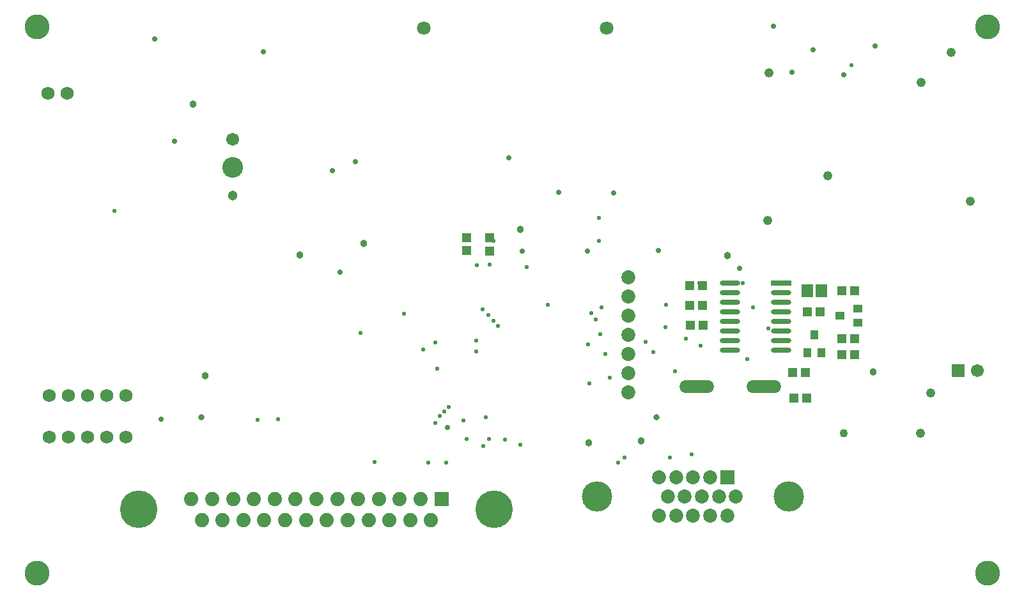
<source format=gbs>
G04 Layer_Color=16711935*
%FSLAX25Y25*%
%MOIN*%
G70*
G01*
G75*
%ADD117R,0.05131X0.04737*%
%ADD127R,0.04737X0.05131*%
%ADD144C,0.07453*%
%ADD145R,0.07453X0.07453*%
%ADD146C,0.19540*%
%ADD147C,0.06800*%
%ADD148C,0.13005*%
%ADD149C,0.05131*%
%ADD150C,0.06706*%
%ADD151C,0.10800*%
%ADD152C,0.07300*%
%ADD153C,0.15800*%
%ADD154R,0.07300X0.07300*%
%ADD155C,0.06706*%
%ADD156R,0.06706X0.06706*%
%ADD157C,0.07099*%
%ADD158C,0.04800*%
%ADD159C,0.02300*%
%ADD160C,0.02800*%
%ADD161C,0.03800*%
%ADD162C,0.04300*%
%ADD163C,0.03300*%
%ADD164O,0.10642X0.02769*%
%ADD165R,0.10642X0.02769*%
%ADD166R,0.05918X0.06706*%
%ADD167R,0.04343X0.04540*%
%ADD168R,0.04343X0.04540*%
%ADD169R,0.04540X0.04343*%
%ADD170R,0.04540X0.04343*%
%ADD171O,0.18123X0.06706*%
D117*
X388900Y-158900D02*
D03*
X395593D02*
D03*
X388300Y-145700D02*
D03*
X394993D02*
D03*
X341500Y-120800D02*
D03*
X334807D02*
D03*
X420600Y-128000D02*
D03*
X413907D02*
D03*
X414000Y-136400D02*
D03*
X420693D02*
D03*
X402583Y-113900D02*
D03*
X395890D02*
D03*
X334490Y-110500D02*
D03*
X341182D02*
D03*
X420582Y-102900D02*
D03*
X413890D02*
D03*
X334490Y-100400D02*
D03*
X341182D02*
D03*
D127*
X218200Y-82000D02*
D03*
Y-75307D02*
D03*
X230300Y-75400D02*
D03*
Y-82093D02*
D03*
D144*
X74679Y-211408D02*
D03*
X80115Y-222589D02*
D03*
X85550Y-211408D02*
D03*
X90985Y-222589D02*
D03*
X96420Y-211408D02*
D03*
X101855Y-222589D02*
D03*
X107290Y-211408D02*
D03*
X112725Y-222589D02*
D03*
X118160Y-211408D02*
D03*
X123595Y-222589D02*
D03*
X129030Y-211408D02*
D03*
X134465Y-222589D02*
D03*
X139900Y-211408D02*
D03*
X145335Y-222589D02*
D03*
X150770Y-211408D02*
D03*
X156205Y-222589D02*
D03*
X161640Y-211408D02*
D03*
X167075Y-222589D02*
D03*
X172510Y-211408D02*
D03*
X177945Y-222589D02*
D03*
X183380Y-211408D02*
D03*
X188815Y-222589D02*
D03*
X194250Y-211408D02*
D03*
X199685Y-222589D02*
D03*
D145*
X205120Y-211408D02*
D03*
D146*
X232522Y-216998D02*
D03*
X47278D02*
D03*
D147*
X10000Y0D02*
D03*
X0D02*
D03*
X700Y-157600D02*
D03*
X10700D02*
D03*
X20700D02*
D03*
X30700D02*
D03*
X40700D02*
D03*
X700Y-179253D02*
D03*
X10700D02*
D03*
X20700D02*
D03*
X30700D02*
D03*
X40700D02*
D03*
D148*
X-5876Y34836D02*
D03*
X489789D02*
D03*
Y-250282D02*
D03*
X-5876D02*
D03*
D149*
X96300Y-53364D02*
D03*
D150*
X96202Y-23836D02*
D03*
D151*
X96300Y-38600D02*
D03*
D152*
X358617Y-210400D02*
D03*
X336400Y-200400D02*
D03*
X318684D02*
D03*
X327542D02*
D03*
X345258D02*
D03*
X323183Y-210400D02*
D03*
X332042D02*
D03*
X340900D02*
D03*
X349758D02*
D03*
X318684Y-220400D02*
D03*
X327542D02*
D03*
X336400D02*
D03*
X345258D02*
D03*
X354117D02*
D03*
X302600Y-95900D02*
D03*
Y-105900D02*
D03*
Y-115900D02*
D03*
Y-125900D02*
D03*
Y-135900D02*
D03*
Y-145900D02*
D03*
Y-155900D02*
D03*
D153*
X386400Y-210400D02*
D03*
X286400D02*
D03*
D154*
X354117Y-200400D02*
D03*
D155*
X484700Y-144600D02*
D03*
D156*
X474700D02*
D03*
D157*
X195962Y34117D02*
D03*
X291238D02*
D03*
D158*
X460200Y-156300D02*
D03*
X470900Y21500D02*
D03*
X455200Y5800D02*
D03*
X480900Y-56200D02*
D03*
X375800Y10900D02*
D03*
X375200Y-66300D02*
D03*
X406600Y-42900D02*
D03*
X454913Y-177113D02*
D03*
D159*
X418900Y14800D02*
D03*
X163000Y-124800D02*
D03*
X223600Y-89500D02*
D03*
X202820Y-143679D02*
D03*
X288700Y-111500D02*
D03*
X327000Y-144900D02*
D03*
X260600Y-110200D02*
D03*
X300700Y-190000D02*
D03*
X324300Y-189900D02*
D03*
X335500Y-188200D02*
D03*
X297400Y-192600D02*
D03*
X332500Y-127900D02*
D03*
X340200Y-131500D02*
D03*
X34700Y-61400D02*
D03*
X195600Y-133600D02*
D03*
X232300Y-76800D02*
D03*
X287200Y-64900D02*
D03*
X287100Y-76939D02*
D03*
X201800Y-129900D02*
D03*
X185600Y-114800D02*
D03*
X232200Y-118500D02*
D03*
X234700Y-121200D02*
D03*
X198400Y-192700D02*
D03*
X207600Y-192500D02*
D03*
X170100Y-192100D02*
D03*
X362100Y-99000D02*
D03*
X364500Y-138700D02*
D03*
X367500Y-111500D02*
D03*
X375500Y-122700D02*
D03*
X315500Y-134800D02*
D03*
X282200Y-151200D02*
D03*
X311500Y-129500D02*
D03*
X229500Y-115700D02*
D03*
X226700Y-112500D02*
D03*
X223400Y-128900D02*
D03*
X223200Y-134600D02*
D03*
X109200Y-170100D02*
D03*
X119900Y-170000D02*
D03*
X283400Y-114700D02*
D03*
X285600Y-117900D02*
D03*
X339500Y-98800D02*
D03*
X322100Y-110200D02*
D03*
X321900Y-122000D02*
D03*
X287800Y-125600D02*
D03*
X281500Y-130900D02*
D03*
X290700Y-135900D02*
D03*
X293000Y-148400D02*
D03*
X218200Y-180400D02*
D03*
X246200Y-183100D02*
D03*
X238400Y-180600D02*
D03*
X230000Y-180400D02*
D03*
X227000Y-184000D02*
D03*
X228200Y-169000D02*
D03*
X216500Y-170600D02*
D03*
X209000Y-163500D02*
D03*
X206500Y-165900D02*
D03*
X202000Y-171900D02*
D03*
X204300Y-168400D02*
D03*
X249600Y-90700D02*
D03*
X230300Y-89400D02*
D03*
D160*
X414800Y9600D02*
D03*
X431400Y24800D02*
D03*
X398900Y22800D02*
D03*
X208200Y-174200D02*
D03*
X360500Y-91200D02*
D03*
X295000Y-52000D02*
D03*
X266100Y-51700D02*
D03*
X148300Y-40400D02*
D03*
X160300Y-35700D02*
D03*
X281100Y-82100D02*
D03*
X318400Y-81900D02*
D03*
X247200Y-82100D02*
D03*
X152200Y-93300D02*
D03*
X55600Y28400D02*
D03*
X65800Y-24800D02*
D03*
X112200Y21800D02*
D03*
X387800Y11200D02*
D03*
X378200Y35000D02*
D03*
X240400Y-33600D02*
D03*
X59000Y-169900D02*
D03*
D161*
X282000Y-182400D02*
D03*
X131400Y-84200D02*
D03*
X164500Y-78100D02*
D03*
X354400Y-84600D02*
D03*
X309200Y-181200D02*
D03*
X246300Y-70800D02*
D03*
X430200Y-145400D02*
D03*
X82000Y-147200D02*
D03*
X75500Y-5600D02*
D03*
D162*
X415000Y-177300D02*
D03*
D163*
X317200Y-168800D02*
D03*
X79900D02*
D03*
D164*
X355600Y-134000D02*
D03*
Y-129000D02*
D03*
Y-124000D02*
D03*
Y-119000D02*
D03*
Y-114000D02*
D03*
Y-109000D02*
D03*
Y-104000D02*
D03*
Y-99000D02*
D03*
X382372Y-134000D02*
D03*
Y-129000D02*
D03*
Y-124000D02*
D03*
Y-119000D02*
D03*
Y-114000D02*
D03*
Y-109000D02*
D03*
Y-104000D02*
D03*
D165*
Y-99000D02*
D03*
D166*
X403340Y-102900D02*
D03*
X395860D02*
D03*
D167*
X403240Y-135126D02*
D03*
X399500Y-125874D02*
D03*
D168*
X395760Y-135126D02*
D03*
D169*
X422226Y-112160D02*
D03*
X412974Y-115900D02*
D03*
D170*
X422226Y-119640D02*
D03*
D171*
X338080Y-152883D02*
D03*
X373120Y-152917D02*
D03*
M02*

</source>
